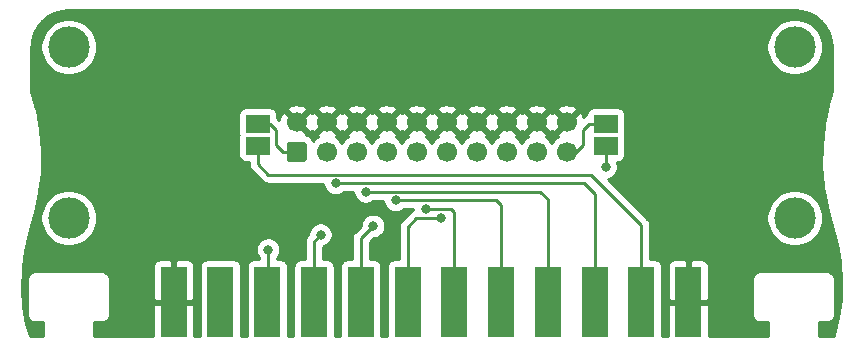
<source format=gbl>
%TF.GenerationSoftware,KiCad,Pcbnew,(5.1.8)-1*%
%TF.CreationDate,2021-04-08T16:26:30+02:00*%
%TF.ProjectId,C64 SpeedDOS Adapter,43363420-5370-4656-9564-444f53204164,rev?*%
%TF.SameCoordinates,Original*%
%TF.FileFunction,Copper,L2,Bot*%
%TF.FilePolarity,Positive*%
%FSLAX46Y46*%
G04 Gerber Fmt 4.6, Leading zero omitted, Abs format (unit mm)*
G04 Created by KiCad (PCBNEW (5.1.8)-1) date 2021-04-08 16:26:30*
%MOMM*%
%LPD*%
G01*
G04 APERTURE LIST*
%TA.AperFunction,SMDPad,CuDef*%
%ADD10R,2.200000X6.000000*%
%TD*%
%TA.AperFunction,ComponentPad*%
%ADD11C,1.700000*%
%TD*%
%TA.AperFunction,ComponentPad*%
%ADD12C,3.500000*%
%TD*%
%TA.AperFunction,SMDPad,CuDef*%
%ADD13R,2.000000X1.500000*%
%TD*%
%TA.AperFunction,ViaPad*%
%ADD14C,0.800000*%
%TD*%
%TA.AperFunction,Conductor*%
%ADD15C,0.250000*%
%TD*%
%TA.AperFunction,Conductor*%
%ADD16C,0.254000*%
%TD*%
%TA.AperFunction,Conductor*%
%ADD17C,0.100000*%
%TD*%
G04 APERTURE END LIST*
D10*
%TO.P,J1,N*%
%TO.N,GND*%
X129795000Y-105410000D03*
%TO.P,J1,M*%
%TO.N,N/C*%
X133755000Y-105410000D03*
%TO.P,J1,L*%
%TO.N,/VIA_PA7*%
X137715000Y-105410000D03*
%TO.P,J1,K*%
%TO.N,/VIA_PA6*%
X141675000Y-105410000D03*
%TO.P,J1,J*%
%TO.N,/VIA_PA5*%
X145635000Y-105410000D03*
%TO.P,J1,H*%
%TO.N,/VIA_PA4*%
X149595000Y-105410000D03*
%TO.P,J1,F*%
%TO.N,/VIA_PA3*%
X153555000Y-105410000D03*
%TO.P,J1,E*%
%TO.N,/VIA_PA2*%
X157515000Y-105410000D03*
%TO.P,J1,D*%
%TO.N,/VIA_PA1*%
X161475000Y-105410000D03*
%TO.P,J1,C*%
%TO.N,/VIA_PA0*%
X165435000Y-105410000D03*
%TO.P,J1,B*%
%TO.N,/VIA_CA2*%
X169395000Y-105410000D03*
%TO.P,J1,A*%
%TO.N,GND*%
X173355000Y-105410000D03*
%TD*%
D11*
%TO.P,J2,11*%
%TO.N,GND*%
X140208000Y-90170000D03*
X142748000Y-90170000D03*
X145288000Y-90170000D03*
X147828000Y-90170000D03*
X150368000Y-90170000D03*
X152908000Y-90170000D03*
X155448000Y-90170000D03*
X157988000Y-90170000D03*
X160528000Y-90170000D03*
%TO.P,J2,10*%
%TO.N,Net-(J2-Pad10)*%
X163068000Y-92710000D03*
%TO.P,J2,8*%
%TO.N,/VIA_PA6*%
X157988000Y-92710000D03*
%TO.P,J2,6*%
%TO.N,/VIA_PA4*%
X152908000Y-92710000D03*
%TO.P,J2,4*%
%TO.N,/VIA_PA2*%
X147828000Y-92710000D03*
%TO.P,J2,2*%
%TO.N,/VIA_PA0*%
X142748000Y-92710000D03*
%TO.P,J2,11*%
%TO.N,GND*%
X163068000Y-90170000D03*
%TO.P,J2,9*%
%TO.N,/VIA_PA7*%
X160528000Y-92710000D03*
%TO.P,J2,7*%
%TO.N,/VIA_PA5*%
X155448000Y-92710000D03*
%TO.P,J2,5*%
%TO.N,/VIA_PA3*%
X150368000Y-92710000D03*
%TO.P,J2,3*%
%TO.N,/VIA_PA1*%
X145288000Y-92710000D03*
%TO.P,J2,1*%
%TO.N,Net-(J2-Pad1)*%
%TA.AperFunction,ComponentPad*%
G36*
G01*
X140808000Y-93560000D02*
X139608000Y-93560000D01*
G75*
G02*
X139358000Y-93310000I0J250000D01*
G01*
X139358000Y-92110000D01*
G75*
G02*
X139608000Y-91860000I250000J0D01*
G01*
X140808000Y-91860000D01*
G75*
G02*
X141058000Y-92110000I0J-250000D01*
G01*
X141058000Y-93310000D01*
G75*
G02*
X140808000Y-93560000I-250000J0D01*
G01*
G37*
%TD.AperFunction*%
%TD*%
D12*
%TO.P,M1,1*%
%TO.N,N/C*%
X120904000Y-98298000D03*
%TD*%
%TO.P,M2,1*%
%TO.N,N/C*%
X182372000Y-98298000D03*
%TD*%
%TO.P,M3,1*%
%TO.N,N/C*%
X182372000Y-83820000D03*
%TD*%
%TO.P,M4,1*%
%TO.N,N/C*%
X120904000Y-83820000D03*
%TD*%
D13*
%TO.P,JP1,1*%
%TO.N,/VIA_CA2*%
X136906000Y-92202000D03*
%TO.P,JP1,2*%
%TO.N,Net-(J2-Pad1)*%
X136906000Y-90297000D03*
%TD*%
%TO.P,JP2,1*%
%TO.N,/VIA_CB1*%
X166370000Y-92202000D03*
%TO.P,JP2,2*%
%TO.N,Net-(J2-Pad10)*%
X166370000Y-90297000D03*
%TD*%
D14*
%TO.N,GND*%
X130556000Y-101092000D03*
X172466000Y-101092000D03*
%TO.N,/VIA_PA0*%
X143510000Y-95340000D03*
%TO.N,/VIA_PA1*%
X146050000Y-96065000D03*
%TO.N,/VIA_PA2*%
X148590000Y-96790000D03*
%TO.N,/VIA_PA3*%
X151130000Y-97515000D03*
%TO.N,/VIA_CB1*%
X166370000Y-93980000D03*
%TO.N,/VIA_PA4*%
X152400000Y-98334990D03*
%TO.N,/VIA_PA5*%
X146685004Y-98969990D03*
%TO.N,/VIA_PA6*%
X142240000Y-99695000D03*
%TO.N,/VIA_PA7*%
X137795000Y-100965000D03*
%TD*%
D15*
%TO.N,/VIA_CA2*%
X169395000Y-98910000D02*
X169395000Y-105410000D01*
X165100000Y-94615000D02*
X169395000Y-98910000D01*
X137795000Y-94615000D02*
X165100000Y-94615000D01*
X136906000Y-93726000D02*
X137795000Y-94615000D01*
X136906000Y-92202000D02*
X136906000Y-93726000D01*
%TO.N,/VIA_PA0*%
X164555000Y-95340000D02*
X143510000Y-95340000D01*
X165435000Y-96220000D02*
X164555000Y-95340000D01*
X165435000Y-105410000D02*
X165435000Y-96220000D01*
%TO.N,/VIA_PA1*%
X161475000Y-105410000D02*
X161475000Y-96705000D01*
X160835000Y-96065000D02*
X146050000Y-96065000D01*
X161475000Y-96705000D02*
X160835000Y-96065000D01*
%TO.N,/VIA_PA2*%
X157515000Y-105410000D02*
X157515000Y-97190000D01*
X157115000Y-96790000D02*
X148590000Y-96790000D01*
X157515000Y-97190000D02*
X157115000Y-96790000D01*
%TO.N,/VIA_PA3*%
X153555000Y-105410000D02*
X153555000Y-97760010D01*
X153309990Y-97515000D02*
X151130000Y-97515000D01*
X153555000Y-97760010D02*
X153309990Y-97515000D01*
%TO.N,/VIA_CB1*%
X166370000Y-93980000D02*
X166370000Y-92202000D01*
%TO.N,/VIA_PA4*%
X150331010Y-98334990D02*
X152400000Y-98334990D01*
X149595000Y-99071000D02*
X150331010Y-98334990D01*
X149595000Y-105410000D02*
X149595000Y-99071000D01*
%TO.N,/VIA_PA5*%
X145635000Y-105410000D02*
X145635000Y-100019994D01*
X145635000Y-100019994D02*
X146685004Y-98969990D01*
%TO.N,/VIA_PA6*%
X141675000Y-100260000D02*
X142240000Y-99695000D01*
X141675000Y-105410000D02*
X141675000Y-100260000D01*
%TO.N,/VIA_PA7*%
X137795000Y-105330000D02*
X137715000Y-105410000D01*
X137795000Y-100965000D02*
X137795000Y-105330000D01*
%TO.N,Net-(J2-Pad10)*%
X163830000Y-92710000D02*
X163068000Y-92710000D01*
X164465000Y-92075000D02*
X163830000Y-92710000D01*
X164465000Y-90805000D02*
X164465000Y-92075000D01*
X164973000Y-90297000D02*
X164465000Y-90805000D01*
X166370000Y-90297000D02*
X164973000Y-90297000D01*
%TO.N,Net-(J2-Pad1)*%
X140208000Y-92710000D02*
X139065000Y-92710000D01*
X139065000Y-92710000D02*
X138430000Y-92075000D01*
X138430000Y-92075000D02*
X138430000Y-90805000D01*
X137922000Y-90297000D02*
X136906000Y-90297000D01*
X138430000Y-90805000D02*
X137922000Y-90297000D01*
%TD*%
D16*
%TO.N,GND*%
X182983222Y-80733096D02*
X183571164Y-80910606D01*
X184113436Y-81198937D01*
X184589364Y-81587094D01*
X184980845Y-82060314D01*
X185272951Y-82600552D01*
X185454563Y-83187244D01*
X185522001Y-83828888D01*
X185522000Y-87536069D01*
X185203233Y-88633272D01*
X185199359Y-88649408D01*
X185194788Y-88665327D01*
X185190327Y-88685575D01*
X184853252Y-90339105D01*
X184850071Y-90359604D01*
X184846251Y-90379972D01*
X184843716Y-90400550D01*
X184663748Y-92078463D01*
X184662510Y-92099171D01*
X184660624Y-92119807D01*
X184660036Y-92140533D01*
X184638772Y-93827936D01*
X184639488Y-93848670D01*
X184639553Y-93869391D01*
X184640919Y-93890079D01*
X184778548Y-95571994D01*
X184781211Y-95592562D01*
X184783226Y-95613191D01*
X184786528Y-95633629D01*
X184786532Y-95633660D01*
X184786537Y-95633680D01*
X185081833Y-97295159D01*
X185086418Y-97315375D01*
X185090367Y-97335733D01*
X185095585Y-97355799D01*
X185545323Y-98979921D01*
X185956889Y-100507511D01*
X186212488Y-102038404D01*
X186317477Y-103586929D01*
X186270857Y-105138312D01*
X186073069Y-106677738D01*
X185723783Y-108200204D01*
X185691841Y-108306000D01*
X184429000Y-108306000D01*
X184429000Y-107121560D01*
X185082901Y-107121560D01*
X185115320Y-107124753D01*
X185147739Y-107121560D01*
X185244703Y-107112010D01*
X185369113Y-107074270D01*
X185483770Y-107012985D01*
X185584268Y-106930508D01*
X185666745Y-106830010D01*
X185728030Y-106715353D01*
X185765770Y-106590943D01*
X185778513Y-106461560D01*
X185775320Y-106429141D01*
X185775320Y-103493979D01*
X185778513Y-103461560D01*
X185765770Y-103332177D01*
X185728030Y-103207767D01*
X185666745Y-103093110D01*
X185584268Y-102992612D01*
X185483770Y-102910135D01*
X185369113Y-102848850D01*
X185244703Y-102811110D01*
X185147739Y-102801560D01*
X185115320Y-102798367D01*
X185082901Y-102801560D01*
X179447739Y-102801560D01*
X179415320Y-102798367D01*
X179382901Y-102801560D01*
X179285937Y-102811110D01*
X179161527Y-102848850D01*
X179046870Y-102910135D01*
X178946372Y-102992612D01*
X178863895Y-103093110D01*
X178802610Y-103207767D01*
X178764870Y-103332177D01*
X178752127Y-103461560D01*
X178755320Y-103493980D01*
X178755321Y-106429131D01*
X178752127Y-106461560D01*
X178764870Y-106590943D01*
X178802610Y-106715353D01*
X178863895Y-106830010D01*
X178946372Y-106930508D01*
X179046870Y-107012985D01*
X179161527Y-107074270D01*
X179285937Y-107112010D01*
X179382901Y-107121560D01*
X179415320Y-107124753D01*
X179447739Y-107121560D01*
X180101640Y-107121560D01*
X180101641Y-108306000D01*
X175092954Y-108306000D01*
X175090000Y-105695750D01*
X174931250Y-105537000D01*
X173482000Y-105537000D01*
X173482000Y-105557000D01*
X173228000Y-105557000D01*
X173228000Y-105537000D01*
X171778750Y-105537000D01*
X171620000Y-105695750D01*
X171617046Y-108306000D01*
X171133072Y-108306000D01*
X171133072Y-102410000D01*
X171616928Y-102410000D01*
X171620000Y-105124250D01*
X171778750Y-105283000D01*
X173228000Y-105283000D01*
X173228000Y-101933750D01*
X173482000Y-101933750D01*
X173482000Y-105283000D01*
X174931250Y-105283000D01*
X175090000Y-105124250D01*
X175093072Y-102410000D01*
X175080812Y-102285518D01*
X175044502Y-102165820D01*
X174985537Y-102055506D01*
X174906185Y-101958815D01*
X174809494Y-101879463D01*
X174699180Y-101820498D01*
X174579482Y-101784188D01*
X174455000Y-101771928D01*
X173640750Y-101775000D01*
X173482000Y-101933750D01*
X173228000Y-101933750D01*
X173069250Y-101775000D01*
X172255000Y-101771928D01*
X172130518Y-101784188D01*
X172010820Y-101820498D01*
X171900506Y-101879463D01*
X171803815Y-101958815D01*
X171724463Y-102055506D01*
X171665498Y-102165820D01*
X171629188Y-102285518D01*
X171616928Y-102410000D01*
X171133072Y-102410000D01*
X171120812Y-102285518D01*
X171084502Y-102165820D01*
X171025537Y-102055506D01*
X170946185Y-101958815D01*
X170849494Y-101879463D01*
X170739180Y-101820498D01*
X170619482Y-101784188D01*
X170495000Y-101771928D01*
X170155000Y-101771928D01*
X170155000Y-98947322D01*
X170158676Y-98909999D01*
X170155000Y-98872676D01*
X170155000Y-98872667D01*
X170144003Y-98761014D01*
X170100546Y-98617753D01*
X170029974Y-98485724D01*
X169935001Y-98369999D01*
X169906004Y-98346202D01*
X169622900Y-98063098D01*
X179987000Y-98063098D01*
X179987000Y-98532902D01*
X180078654Y-98993679D01*
X180258440Y-99427721D01*
X180519450Y-99818349D01*
X180851651Y-100150550D01*
X181242279Y-100411560D01*
X181676321Y-100591346D01*
X182137098Y-100683000D01*
X182606902Y-100683000D01*
X183067679Y-100591346D01*
X183501721Y-100411560D01*
X183892349Y-100150550D01*
X184224550Y-99818349D01*
X184485560Y-99427721D01*
X184665346Y-98993679D01*
X184757000Y-98532902D01*
X184757000Y-98063098D01*
X184665346Y-97602321D01*
X184485560Y-97168279D01*
X184224550Y-96777651D01*
X183892349Y-96445450D01*
X183501721Y-96184440D01*
X183067679Y-96004654D01*
X182606902Y-95913000D01*
X182137098Y-95913000D01*
X181676321Y-96004654D01*
X181242279Y-96184440D01*
X180851651Y-96445450D01*
X180519450Y-96777651D01*
X180258440Y-97168279D01*
X180078654Y-97602321D01*
X179987000Y-98063098D01*
X169622900Y-98063098D01*
X166557735Y-94997934D01*
X166671898Y-94975226D01*
X166860256Y-94897205D01*
X167029774Y-94783937D01*
X167173937Y-94639774D01*
X167287205Y-94470256D01*
X167365226Y-94281898D01*
X167405000Y-94081939D01*
X167405000Y-93878061D01*
X167365226Y-93678102D01*
X167328763Y-93590072D01*
X167370000Y-93590072D01*
X167494482Y-93577812D01*
X167614180Y-93541502D01*
X167724494Y-93482537D01*
X167821185Y-93403185D01*
X167900537Y-93306494D01*
X167959502Y-93196180D01*
X167995812Y-93076482D01*
X168008072Y-92952000D01*
X168008072Y-91452000D01*
X167995812Y-91327518D01*
X167972145Y-91249500D01*
X167995812Y-91171482D01*
X168008072Y-91047000D01*
X168008072Y-89547000D01*
X167995812Y-89422518D01*
X167959502Y-89302820D01*
X167900537Y-89192506D01*
X167821185Y-89095815D01*
X167724494Y-89016463D01*
X167614180Y-88957498D01*
X167494482Y-88921188D01*
X167370000Y-88908928D01*
X165370000Y-88908928D01*
X165245518Y-88921188D01*
X165125820Y-88957498D01*
X165015506Y-89016463D01*
X164918815Y-89095815D01*
X164839463Y-89192506D01*
X164780498Y-89302820D01*
X164744188Y-89422518D01*
X164731928Y-89547000D01*
X164731928Y-89575931D01*
X164680753Y-89591454D01*
X164548724Y-89662026D01*
X164482678Y-89716229D01*
X164418919Y-89536253D01*
X164345472Y-89398843D01*
X164096397Y-89321208D01*
X163247605Y-90170000D01*
X163261748Y-90184143D01*
X163082143Y-90363748D01*
X163068000Y-90349605D01*
X162219208Y-91198397D01*
X162294729Y-91440689D01*
X162121368Y-91556525D01*
X161914525Y-91763368D01*
X161798000Y-91937760D01*
X161681475Y-91763368D01*
X161474632Y-91556525D01*
X161301271Y-91440689D01*
X161376792Y-91198397D01*
X160528000Y-90349605D01*
X159679208Y-91198397D01*
X159754729Y-91440689D01*
X159581368Y-91556525D01*
X159374525Y-91763368D01*
X159258000Y-91937760D01*
X159141475Y-91763368D01*
X158934632Y-91556525D01*
X158761271Y-91440689D01*
X158836792Y-91198397D01*
X157988000Y-90349605D01*
X157139208Y-91198397D01*
X157214729Y-91440689D01*
X157041368Y-91556525D01*
X156834525Y-91763368D01*
X156718000Y-91937760D01*
X156601475Y-91763368D01*
X156394632Y-91556525D01*
X156221271Y-91440689D01*
X156296792Y-91198397D01*
X155448000Y-90349605D01*
X154599208Y-91198397D01*
X154674729Y-91440689D01*
X154501368Y-91556525D01*
X154294525Y-91763368D01*
X154178000Y-91937760D01*
X154061475Y-91763368D01*
X153854632Y-91556525D01*
X153681271Y-91440689D01*
X153756792Y-91198397D01*
X152908000Y-90349605D01*
X152059208Y-91198397D01*
X152134729Y-91440689D01*
X151961368Y-91556525D01*
X151754525Y-91763368D01*
X151638000Y-91937760D01*
X151521475Y-91763368D01*
X151314632Y-91556525D01*
X151141271Y-91440689D01*
X151216792Y-91198397D01*
X150368000Y-90349605D01*
X149519208Y-91198397D01*
X149594729Y-91440689D01*
X149421368Y-91556525D01*
X149214525Y-91763368D01*
X149098000Y-91937760D01*
X148981475Y-91763368D01*
X148774632Y-91556525D01*
X148601271Y-91440689D01*
X148676792Y-91198397D01*
X147828000Y-90349605D01*
X146979208Y-91198397D01*
X147054729Y-91440689D01*
X146881368Y-91556525D01*
X146674525Y-91763368D01*
X146558000Y-91937760D01*
X146441475Y-91763368D01*
X146234632Y-91556525D01*
X146061271Y-91440689D01*
X146136792Y-91198397D01*
X145288000Y-90349605D01*
X144439208Y-91198397D01*
X144514729Y-91440689D01*
X144341368Y-91556525D01*
X144134525Y-91763368D01*
X144018000Y-91937760D01*
X143901475Y-91763368D01*
X143694632Y-91556525D01*
X143521271Y-91440689D01*
X143596792Y-91198397D01*
X142748000Y-90349605D01*
X141899208Y-91198397D01*
X141974729Y-91440689D01*
X141801368Y-91556525D01*
X141614285Y-91743608D01*
X141546405Y-91616614D01*
X141435962Y-91482038D01*
X141301386Y-91371595D01*
X141147850Y-91289528D01*
X141038707Y-91256420D01*
X141056792Y-91198397D01*
X140208000Y-90349605D01*
X140193858Y-90363748D01*
X140014253Y-90184143D01*
X140028395Y-90170000D01*
X140387605Y-90170000D01*
X141236397Y-91018792D01*
X141478000Y-90943486D01*
X141719603Y-91018792D01*
X142568395Y-90170000D01*
X142927605Y-90170000D01*
X143776397Y-91018792D01*
X144018000Y-90943486D01*
X144259603Y-91018792D01*
X145108395Y-90170000D01*
X145467605Y-90170000D01*
X146316397Y-91018792D01*
X146558000Y-90943486D01*
X146799603Y-91018792D01*
X147648395Y-90170000D01*
X148007605Y-90170000D01*
X148856397Y-91018792D01*
X149098000Y-90943486D01*
X149339603Y-91018792D01*
X150188395Y-90170000D01*
X150547605Y-90170000D01*
X151396397Y-91018792D01*
X151638000Y-90943486D01*
X151879603Y-91018792D01*
X152728395Y-90170000D01*
X153087605Y-90170000D01*
X153936397Y-91018792D01*
X154178000Y-90943486D01*
X154419603Y-91018792D01*
X155268395Y-90170000D01*
X155627605Y-90170000D01*
X156476397Y-91018792D01*
X156718000Y-90943486D01*
X156959603Y-91018792D01*
X157808395Y-90170000D01*
X158167605Y-90170000D01*
X159016397Y-91018792D01*
X159258000Y-90943486D01*
X159499603Y-91018792D01*
X160348395Y-90170000D01*
X160707605Y-90170000D01*
X161556397Y-91018792D01*
X161798000Y-90943486D01*
X162039603Y-91018792D01*
X162888395Y-90170000D01*
X162039603Y-89321208D01*
X161798000Y-89396514D01*
X161556397Y-89321208D01*
X160707605Y-90170000D01*
X160348395Y-90170000D01*
X159499603Y-89321208D01*
X159258000Y-89396514D01*
X159016397Y-89321208D01*
X158167605Y-90170000D01*
X157808395Y-90170000D01*
X156959603Y-89321208D01*
X156718000Y-89396514D01*
X156476397Y-89321208D01*
X155627605Y-90170000D01*
X155268395Y-90170000D01*
X154419603Y-89321208D01*
X154178000Y-89396514D01*
X153936397Y-89321208D01*
X153087605Y-90170000D01*
X152728395Y-90170000D01*
X151879603Y-89321208D01*
X151638000Y-89396514D01*
X151396397Y-89321208D01*
X150547605Y-90170000D01*
X150188395Y-90170000D01*
X149339603Y-89321208D01*
X149098000Y-89396514D01*
X148856397Y-89321208D01*
X148007605Y-90170000D01*
X147648395Y-90170000D01*
X146799603Y-89321208D01*
X146558000Y-89396514D01*
X146316397Y-89321208D01*
X145467605Y-90170000D01*
X145108395Y-90170000D01*
X144259603Y-89321208D01*
X144018000Y-89396514D01*
X143776397Y-89321208D01*
X142927605Y-90170000D01*
X142568395Y-90170000D01*
X141719603Y-89321208D01*
X141478000Y-89396514D01*
X141236397Y-89321208D01*
X140387605Y-90170000D01*
X140028395Y-90170000D01*
X139179603Y-89321208D01*
X138930528Y-89398843D01*
X138804629Y-89662883D01*
X138732661Y-89946411D01*
X138728366Y-90028564D01*
X138544072Y-89844271D01*
X138544072Y-89547000D01*
X138531812Y-89422518D01*
X138495502Y-89302820D01*
X138436537Y-89192506D01*
X138394763Y-89141603D01*
X139359208Y-89141603D01*
X140208000Y-89990395D01*
X141056792Y-89141603D01*
X141899208Y-89141603D01*
X142748000Y-89990395D01*
X143596792Y-89141603D01*
X144439208Y-89141603D01*
X145288000Y-89990395D01*
X146136792Y-89141603D01*
X146979208Y-89141603D01*
X147828000Y-89990395D01*
X148676792Y-89141603D01*
X149519208Y-89141603D01*
X150368000Y-89990395D01*
X151216792Y-89141603D01*
X152059208Y-89141603D01*
X152908000Y-89990395D01*
X153756792Y-89141603D01*
X154599208Y-89141603D01*
X155448000Y-89990395D01*
X156296792Y-89141603D01*
X157139208Y-89141603D01*
X157988000Y-89990395D01*
X158836792Y-89141603D01*
X159679208Y-89141603D01*
X160528000Y-89990395D01*
X161376792Y-89141603D01*
X162219208Y-89141603D01*
X163068000Y-89990395D01*
X163916792Y-89141603D01*
X163839157Y-88892528D01*
X163575117Y-88766629D01*
X163291589Y-88694661D01*
X162999469Y-88679389D01*
X162709981Y-88721401D01*
X162434253Y-88819081D01*
X162296843Y-88892528D01*
X162219208Y-89141603D01*
X161376792Y-89141603D01*
X161299157Y-88892528D01*
X161035117Y-88766629D01*
X160751589Y-88694661D01*
X160459469Y-88679389D01*
X160169981Y-88721401D01*
X159894253Y-88819081D01*
X159756843Y-88892528D01*
X159679208Y-89141603D01*
X158836792Y-89141603D01*
X158759157Y-88892528D01*
X158495117Y-88766629D01*
X158211589Y-88694661D01*
X157919469Y-88679389D01*
X157629981Y-88721401D01*
X157354253Y-88819081D01*
X157216843Y-88892528D01*
X157139208Y-89141603D01*
X156296792Y-89141603D01*
X156219157Y-88892528D01*
X155955117Y-88766629D01*
X155671589Y-88694661D01*
X155379469Y-88679389D01*
X155089981Y-88721401D01*
X154814253Y-88819081D01*
X154676843Y-88892528D01*
X154599208Y-89141603D01*
X153756792Y-89141603D01*
X153679157Y-88892528D01*
X153415117Y-88766629D01*
X153131589Y-88694661D01*
X152839469Y-88679389D01*
X152549981Y-88721401D01*
X152274253Y-88819081D01*
X152136843Y-88892528D01*
X152059208Y-89141603D01*
X151216792Y-89141603D01*
X151139157Y-88892528D01*
X150875117Y-88766629D01*
X150591589Y-88694661D01*
X150299469Y-88679389D01*
X150009981Y-88721401D01*
X149734253Y-88819081D01*
X149596843Y-88892528D01*
X149519208Y-89141603D01*
X148676792Y-89141603D01*
X148599157Y-88892528D01*
X148335117Y-88766629D01*
X148051589Y-88694661D01*
X147759469Y-88679389D01*
X147469981Y-88721401D01*
X147194253Y-88819081D01*
X147056843Y-88892528D01*
X146979208Y-89141603D01*
X146136792Y-89141603D01*
X146059157Y-88892528D01*
X145795117Y-88766629D01*
X145511589Y-88694661D01*
X145219469Y-88679389D01*
X144929981Y-88721401D01*
X144654253Y-88819081D01*
X144516843Y-88892528D01*
X144439208Y-89141603D01*
X143596792Y-89141603D01*
X143519157Y-88892528D01*
X143255117Y-88766629D01*
X142971589Y-88694661D01*
X142679469Y-88679389D01*
X142389981Y-88721401D01*
X142114253Y-88819081D01*
X141976843Y-88892528D01*
X141899208Y-89141603D01*
X141056792Y-89141603D01*
X140979157Y-88892528D01*
X140715117Y-88766629D01*
X140431589Y-88694661D01*
X140139469Y-88679389D01*
X139849981Y-88721401D01*
X139574253Y-88819081D01*
X139436843Y-88892528D01*
X139359208Y-89141603D01*
X138394763Y-89141603D01*
X138357185Y-89095815D01*
X138260494Y-89016463D01*
X138150180Y-88957498D01*
X138030482Y-88921188D01*
X137906000Y-88908928D01*
X135906000Y-88908928D01*
X135781518Y-88921188D01*
X135661820Y-88957498D01*
X135551506Y-89016463D01*
X135454815Y-89095815D01*
X135375463Y-89192506D01*
X135316498Y-89302820D01*
X135280188Y-89422518D01*
X135267928Y-89547000D01*
X135267928Y-91047000D01*
X135280188Y-91171482D01*
X135303855Y-91249500D01*
X135280188Y-91327518D01*
X135267928Y-91452000D01*
X135267928Y-92952000D01*
X135280188Y-93076482D01*
X135316498Y-93196180D01*
X135375463Y-93306494D01*
X135454815Y-93403185D01*
X135551506Y-93482537D01*
X135661820Y-93541502D01*
X135781518Y-93577812D01*
X135906000Y-93590072D01*
X136146001Y-93590072D01*
X136146001Y-93688668D01*
X136142324Y-93726000D01*
X136146001Y-93763333D01*
X136156998Y-93874986D01*
X136167416Y-93909330D01*
X136200454Y-94018246D01*
X136271026Y-94150276D01*
X136339184Y-94233326D01*
X136366000Y-94266001D01*
X136394998Y-94289799D01*
X137231200Y-95126002D01*
X137254999Y-95155001D01*
X137370724Y-95249974D01*
X137502753Y-95320546D01*
X137646014Y-95364003D01*
X137757667Y-95375000D01*
X137757677Y-95375000D01*
X137795000Y-95378676D01*
X137832323Y-95375000D01*
X142475000Y-95375000D01*
X142475000Y-95441939D01*
X142514774Y-95641898D01*
X142592795Y-95830256D01*
X142706063Y-95999774D01*
X142850226Y-96143937D01*
X143019744Y-96257205D01*
X143208102Y-96335226D01*
X143408061Y-96375000D01*
X143611939Y-96375000D01*
X143811898Y-96335226D01*
X144000256Y-96257205D01*
X144169774Y-96143937D01*
X144213711Y-96100000D01*
X145015000Y-96100000D01*
X145015000Y-96166939D01*
X145054774Y-96366898D01*
X145132795Y-96555256D01*
X145246063Y-96724774D01*
X145390226Y-96868937D01*
X145559744Y-96982205D01*
X145748102Y-97060226D01*
X145948061Y-97100000D01*
X146151939Y-97100000D01*
X146351898Y-97060226D01*
X146540256Y-96982205D01*
X146709774Y-96868937D01*
X146753711Y-96825000D01*
X147555000Y-96825000D01*
X147555000Y-96891939D01*
X147594774Y-97091898D01*
X147672795Y-97280256D01*
X147786063Y-97449774D01*
X147930226Y-97593937D01*
X148099744Y-97707205D01*
X148288102Y-97785226D01*
X148488061Y-97825000D01*
X148691939Y-97825000D01*
X148891898Y-97785226D01*
X149080256Y-97707205D01*
X149249774Y-97593937D01*
X149293711Y-97550000D01*
X150095000Y-97550000D01*
X150095000Y-97612385D01*
X150038763Y-97629444D01*
X149906734Y-97700016D01*
X149791009Y-97794989D01*
X149767211Y-97823988D01*
X149083998Y-98507201D01*
X149055000Y-98530999D01*
X149031202Y-98559997D01*
X149031201Y-98559998D01*
X148960026Y-98646724D01*
X148889454Y-98778754D01*
X148870437Y-98841448D01*
X148853597Y-98896965D01*
X148845998Y-98922015D01*
X148831324Y-99071000D01*
X148835001Y-99108332D01*
X148835001Y-101771928D01*
X148495000Y-101771928D01*
X148370518Y-101784188D01*
X148250820Y-101820498D01*
X148140506Y-101879463D01*
X148043815Y-101958815D01*
X147964463Y-102055506D01*
X147905498Y-102165820D01*
X147869188Y-102285518D01*
X147856928Y-102410000D01*
X147856928Y-108306000D01*
X147373072Y-108306000D01*
X147373072Y-102410000D01*
X147360812Y-102285518D01*
X147324502Y-102165820D01*
X147265537Y-102055506D01*
X147186185Y-101958815D01*
X147089494Y-101879463D01*
X146979180Y-101820498D01*
X146859482Y-101784188D01*
X146735000Y-101771928D01*
X146395000Y-101771928D01*
X146395000Y-100334795D01*
X146724806Y-100004990D01*
X146786943Y-100004990D01*
X146986902Y-99965216D01*
X147175260Y-99887195D01*
X147344778Y-99773927D01*
X147488941Y-99629764D01*
X147602209Y-99460246D01*
X147680230Y-99271888D01*
X147720004Y-99071929D01*
X147720004Y-98868051D01*
X147680230Y-98668092D01*
X147602209Y-98479734D01*
X147488941Y-98310216D01*
X147344778Y-98166053D01*
X147175260Y-98052785D01*
X146986902Y-97974764D01*
X146786943Y-97934990D01*
X146583065Y-97934990D01*
X146383106Y-97974764D01*
X146194748Y-98052785D01*
X146025230Y-98166053D01*
X145881067Y-98310216D01*
X145767799Y-98479734D01*
X145689778Y-98668092D01*
X145650004Y-98868051D01*
X145650004Y-98930188D01*
X145123998Y-99456195D01*
X145095000Y-99479993D01*
X145071202Y-99508991D01*
X145071201Y-99508992D01*
X145000026Y-99595718D01*
X144929454Y-99727748D01*
X144901972Y-99818349D01*
X144885998Y-99871008D01*
X144876719Y-99965216D01*
X144871324Y-100019994D01*
X144875001Y-100057326D01*
X144875001Y-101771928D01*
X144535000Y-101771928D01*
X144410518Y-101784188D01*
X144290820Y-101820498D01*
X144180506Y-101879463D01*
X144083815Y-101958815D01*
X144004463Y-102055506D01*
X143945498Y-102165820D01*
X143909188Y-102285518D01*
X143896928Y-102410000D01*
X143896928Y-108306000D01*
X143413072Y-108306000D01*
X143413072Y-102410000D01*
X143400812Y-102285518D01*
X143364502Y-102165820D01*
X143305537Y-102055506D01*
X143226185Y-101958815D01*
X143129494Y-101879463D01*
X143019180Y-101820498D01*
X142899482Y-101784188D01*
X142775000Y-101771928D01*
X142435000Y-101771928D01*
X142435000Y-100711489D01*
X142541898Y-100690226D01*
X142730256Y-100612205D01*
X142899774Y-100498937D01*
X143043937Y-100354774D01*
X143157205Y-100185256D01*
X143235226Y-99996898D01*
X143275000Y-99796939D01*
X143275000Y-99593061D01*
X143235226Y-99393102D01*
X143157205Y-99204744D01*
X143043937Y-99035226D01*
X142899774Y-98891063D01*
X142730256Y-98777795D01*
X142541898Y-98699774D01*
X142341939Y-98660000D01*
X142138061Y-98660000D01*
X141938102Y-98699774D01*
X141749744Y-98777795D01*
X141580226Y-98891063D01*
X141436063Y-99035226D01*
X141322795Y-99204744D01*
X141244774Y-99393102D01*
X141205000Y-99593061D01*
X141205000Y-99655199D01*
X141163998Y-99696201D01*
X141135000Y-99719999D01*
X141111202Y-99748997D01*
X141111201Y-99748998D01*
X141040026Y-99835724D01*
X140969454Y-99967754D01*
X140925998Y-100111015D01*
X140911324Y-100260000D01*
X140915001Y-100297332D01*
X140915001Y-101771928D01*
X140575000Y-101771928D01*
X140450518Y-101784188D01*
X140330820Y-101820498D01*
X140220506Y-101879463D01*
X140123815Y-101958815D01*
X140044463Y-102055506D01*
X139985498Y-102165820D01*
X139949188Y-102285518D01*
X139936928Y-102410000D01*
X139936928Y-108306000D01*
X139453072Y-108306000D01*
X139453072Y-102410000D01*
X139440812Y-102285518D01*
X139404502Y-102165820D01*
X139345537Y-102055506D01*
X139266185Y-101958815D01*
X139169494Y-101879463D01*
X139059180Y-101820498D01*
X138939482Y-101784188D01*
X138815000Y-101771928D01*
X138555000Y-101771928D01*
X138555000Y-101668711D01*
X138598937Y-101624774D01*
X138712205Y-101455256D01*
X138790226Y-101266898D01*
X138830000Y-101066939D01*
X138830000Y-100863061D01*
X138790226Y-100663102D01*
X138712205Y-100474744D01*
X138598937Y-100305226D01*
X138454774Y-100161063D01*
X138285256Y-100047795D01*
X138096898Y-99969774D01*
X137896939Y-99930000D01*
X137693061Y-99930000D01*
X137493102Y-99969774D01*
X137304744Y-100047795D01*
X137135226Y-100161063D01*
X136991063Y-100305226D01*
X136877795Y-100474744D01*
X136799774Y-100663102D01*
X136760000Y-100863061D01*
X136760000Y-101066939D01*
X136799774Y-101266898D01*
X136877795Y-101455256D01*
X136991063Y-101624774D01*
X137035000Y-101668711D01*
X137035000Y-101771928D01*
X136615000Y-101771928D01*
X136490518Y-101784188D01*
X136370820Y-101820498D01*
X136260506Y-101879463D01*
X136163815Y-101958815D01*
X136084463Y-102055506D01*
X136025498Y-102165820D01*
X135989188Y-102285518D01*
X135976928Y-102410000D01*
X135976928Y-108306000D01*
X135493072Y-108306000D01*
X135493072Y-102410000D01*
X135480812Y-102285518D01*
X135444502Y-102165820D01*
X135385537Y-102055506D01*
X135306185Y-101958815D01*
X135209494Y-101879463D01*
X135099180Y-101820498D01*
X134979482Y-101784188D01*
X134855000Y-101771928D01*
X132655000Y-101771928D01*
X132530518Y-101784188D01*
X132410820Y-101820498D01*
X132300506Y-101879463D01*
X132203815Y-101958815D01*
X132124463Y-102055506D01*
X132065498Y-102165820D01*
X132029188Y-102285518D01*
X132016928Y-102410000D01*
X132016928Y-108306000D01*
X131532954Y-108306000D01*
X131530000Y-105695750D01*
X131371250Y-105537000D01*
X129922000Y-105537000D01*
X129922000Y-105557000D01*
X129668000Y-105557000D01*
X129668000Y-105537000D01*
X128218750Y-105537000D01*
X128060000Y-105695750D01*
X128057046Y-108306000D01*
X123047360Y-108306000D01*
X123047360Y-107121560D01*
X123701261Y-107121560D01*
X123733680Y-107124753D01*
X123766099Y-107121560D01*
X123863063Y-107112010D01*
X123987473Y-107074270D01*
X124102130Y-107012985D01*
X124202628Y-106930508D01*
X124285105Y-106830010D01*
X124346390Y-106715353D01*
X124384130Y-106590943D01*
X124396873Y-106461560D01*
X124393680Y-106429141D01*
X124393680Y-103493979D01*
X124396873Y-103461560D01*
X124384130Y-103332177D01*
X124346390Y-103207767D01*
X124285105Y-103093110D01*
X124202628Y-102992612D01*
X124102130Y-102910135D01*
X123987473Y-102848850D01*
X123863063Y-102811110D01*
X123766099Y-102801560D01*
X123733680Y-102798367D01*
X123701261Y-102801560D01*
X118066099Y-102801560D01*
X118033680Y-102798367D01*
X118001261Y-102801560D01*
X117904297Y-102811110D01*
X117779887Y-102848850D01*
X117665230Y-102910135D01*
X117564732Y-102992612D01*
X117482255Y-103093110D01*
X117420970Y-103207767D01*
X117383230Y-103332177D01*
X117370487Y-103461560D01*
X117373680Y-103493980D01*
X117373681Y-106429131D01*
X117370487Y-106461560D01*
X117383230Y-106590943D01*
X117420970Y-106715353D01*
X117482255Y-106830010D01*
X117564732Y-106930508D01*
X117665230Y-107012985D01*
X117779887Y-107074270D01*
X117904297Y-107112010D01*
X118001261Y-107121560D01*
X118033680Y-107124753D01*
X118066099Y-107121560D01*
X118720000Y-107121560D01*
X118720001Y-108306000D01*
X117599716Y-108306000D01*
X117319111Y-107264492D01*
X117063512Y-105733596D01*
X116958523Y-104185072D01*
X117005143Y-102633689D01*
X117033882Y-102410000D01*
X128056928Y-102410000D01*
X128060000Y-105124250D01*
X128218750Y-105283000D01*
X129668000Y-105283000D01*
X129668000Y-101933750D01*
X129922000Y-101933750D01*
X129922000Y-105283000D01*
X131371250Y-105283000D01*
X131530000Y-105124250D01*
X131533072Y-102410000D01*
X131520812Y-102285518D01*
X131484502Y-102165820D01*
X131425537Y-102055506D01*
X131346185Y-101958815D01*
X131249494Y-101879463D01*
X131139180Y-101820498D01*
X131019482Y-101784188D01*
X130895000Y-101771928D01*
X130080750Y-101775000D01*
X129922000Y-101933750D01*
X129668000Y-101933750D01*
X129509250Y-101775000D01*
X128695000Y-101771928D01*
X128570518Y-101784188D01*
X128450820Y-101820498D01*
X128340506Y-101879463D01*
X128243815Y-101958815D01*
X128164463Y-102055506D01*
X128105498Y-102165820D01*
X128069188Y-102285518D01*
X128056928Y-102410000D01*
X117033882Y-102410000D01*
X117202931Y-101094262D01*
X117552218Y-99571793D01*
X117725831Y-98996762D01*
X117726155Y-98995461D01*
X117727794Y-98990135D01*
X117997123Y-98063098D01*
X118519000Y-98063098D01*
X118519000Y-98532902D01*
X118610654Y-98993679D01*
X118790440Y-99427721D01*
X119051450Y-99818349D01*
X119383651Y-100150550D01*
X119774279Y-100411560D01*
X120208321Y-100591346D01*
X120669098Y-100683000D01*
X121138902Y-100683000D01*
X121599679Y-100591346D01*
X122033721Y-100411560D01*
X122424349Y-100150550D01*
X122756550Y-99818349D01*
X123017560Y-99427721D01*
X123197346Y-98993679D01*
X123289000Y-98532902D01*
X123289000Y-98063098D01*
X123197346Y-97602321D01*
X123017560Y-97168279D01*
X122756550Y-96777651D01*
X122424349Y-96445450D01*
X122033721Y-96184440D01*
X121599679Y-96004654D01*
X121138902Y-95913000D01*
X120669098Y-95913000D01*
X120208321Y-96004654D01*
X119774279Y-96184440D01*
X119383651Y-96445450D01*
X119051450Y-96777651D01*
X118790440Y-97168279D01*
X118610654Y-97602321D01*
X118519000Y-98063098D01*
X117997123Y-98063098D01*
X118072767Y-97802731D01*
X118076641Y-97786595D01*
X118081212Y-97770676D01*
X118085673Y-97750428D01*
X118422748Y-96096898D01*
X118425929Y-96076399D01*
X118429749Y-96056031D01*
X118432284Y-96035453D01*
X118612252Y-94357540D01*
X118613490Y-94336832D01*
X118615376Y-94316196D01*
X118615964Y-94295470D01*
X118637228Y-92608067D01*
X118636512Y-92587333D01*
X118636447Y-92566613D01*
X118635081Y-92545924D01*
X118497452Y-90864009D01*
X118494789Y-90843443D01*
X118492774Y-90822812D01*
X118489471Y-90802370D01*
X118489468Y-90802344D01*
X118489464Y-90802327D01*
X118194167Y-89140844D01*
X118189582Y-89120628D01*
X118185633Y-89100270D01*
X118180415Y-89080203D01*
X117754000Y-87540308D01*
X117754000Y-83852279D01*
X117780197Y-83585098D01*
X118519000Y-83585098D01*
X118519000Y-84054902D01*
X118610654Y-84515679D01*
X118790440Y-84949721D01*
X119051450Y-85340349D01*
X119383651Y-85672550D01*
X119774279Y-85933560D01*
X120208321Y-86113346D01*
X120669098Y-86205000D01*
X121138902Y-86205000D01*
X121599679Y-86113346D01*
X122033721Y-85933560D01*
X122424349Y-85672550D01*
X122756550Y-85340349D01*
X123017560Y-84949721D01*
X123197346Y-84515679D01*
X123289000Y-84054902D01*
X123289000Y-83585098D01*
X179987000Y-83585098D01*
X179987000Y-84054902D01*
X180078654Y-84515679D01*
X180258440Y-84949721D01*
X180519450Y-85340349D01*
X180851651Y-85672550D01*
X181242279Y-85933560D01*
X181676321Y-86113346D01*
X182137098Y-86205000D01*
X182606902Y-86205000D01*
X183067679Y-86113346D01*
X183501721Y-85933560D01*
X183892349Y-85672550D01*
X184224550Y-85340349D01*
X184485560Y-84949721D01*
X184665346Y-84515679D01*
X184757000Y-84054902D01*
X184757000Y-83585098D01*
X184665346Y-83124321D01*
X184485560Y-82690279D01*
X184224550Y-82299651D01*
X183892349Y-81967450D01*
X183501721Y-81706440D01*
X183067679Y-81526654D01*
X182606902Y-81435000D01*
X182137098Y-81435000D01*
X181676321Y-81526654D01*
X181242279Y-81706440D01*
X180851651Y-81967450D01*
X180519450Y-82299651D01*
X180258440Y-82690279D01*
X180078654Y-83124321D01*
X179987000Y-83585098D01*
X123289000Y-83585098D01*
X123197346Y-83124321D01*
X123017560Y-82690279D01*
X122756550Y-82299651D01*
X122424349Y-81967450D01*
X122033721Y-81706440D01*
X121599679Y-81526654D01*
X121138902Y-81435000D01*
X120669098Y-81435000D01*
X120208321Y-81526654D01*
X119774279Y-81706440D01*
X119383651Y-81967450D01*
X119051450Y-82299651D01*
X118790440Y-82690279D01*
X118610654Y-83124321D01*
X118519000Y-83585098D01*
X117780197Y-83585098D01*
X117817096Y-83208778D01*
X117994606Y-82620836D01*
X118282937Y-82078564D01*
X118671094Y-81602636D01*
X119144314Y-81211155D01*
X119684552Y-80919049D01*
X120271244Y-80737437D01*
X120912879Y-80670000D01*
X182339721Y-80670000D01*
X182983222Y-80733096D01*
%TA.AperFunction,Conductor*%
D17*
G36*
X182983222Y-80733096D02*
G01*
X183571164Y-80910606D01*
X184113436Y-81198937D01*
X184589364Y-81587094D01*
X184980845Y-82060314D01*
X185272951Y-82600552D01*
X185454563Y-83187244D01*
X185522001Y-83828888D01*
X185522000Y-87536069D01*
X185203233Y-88633272D01*
X185199359Y-88649408D01*
X185194788Y-88665327D01*
X185190327Y-88685575D01*
X184853252Y-90339105D01*
X184850071Y-90359604D01*
X184846251Y-90379972D01*
X184843716Y-90400550D01*
X184663748Y-92078463D01*
X184662510Y-92099171D01*
X184660624Y-92119807D01*
X184660036Y-92140533D01*
X184638772Y-93827936D01*
X184639488Y-93848670D01*
X184639553Y-93869391D01*
X184640919Y-93890079D01*
X184778548Y-95571994D01*
X184781211Y-95592562D01*
X184783226Y-95613191D01*
X184786528Y-95633629D01*
X184786532Y-95633660D01*
X184786537Y-95633680D01*
X185081833Y-97295159D01*
X185086418Y-97315375D01*
X185090367Y-97335733D01*
X185095585Y-97355799D01*
X185545323Y-98979921D01*
X185956889Y-100507511D01*
X186212488Y-102038404D01*
X186317477Y-103586929D01*
X186270857Y-105138312D01*
X186073069Y-106677738D01*
X185723783Y-108200204D01*
X185691841Y-108306000D01*
X184429000Y-108306000D01*
X184429000Y-107121560D01*
X185082901Y-107121560D01*
X185115320Y-107124753D01*
X185147739Y-107121560D01*
X185244703Y-107112010D01*
X185369113Y-107074270D01*
X185483770Y-107012985D01*
X185584268Y-106930508D01*
X185666745Y-106830010D01*
X185728030Y-106715353D01*
X185765770Y-106590943D01*
X185778513Y-106461560D01*
X185775320Y-106429141D01*
X185775320Y-103493979D01*
X185778513Y-103461560D01*
X185765770Y-103332177D01*
X185728030Y-103207767D01*
X185666745Y-103093110D01*
X185584268Y-102992612D01*
X185483770Y-102910135D01*
X185369113Y-102848850D01*
X185244703Y-102811110D01*
X185147739Y-102801560D01*
X185115320Y-102798367D01*
X185082901Y-102801560D01*
X179447739Y-102801560D01*
X179415320Y-102798367D01*
X179382901Y-102801560D01*
X179285937Y-102811110D01*
X179161527Y-102848850D01*
X179046870Y-102910135D01*
X178946372Y-102992612D01*
X178863895Y-103093110D01*
X178802610Y-103207767D01*
X178764870Y-103332177D01*
X178752127Y-103461560D01*
X178755320Y-103493980D01*
X178755321Y-106429131D01*
X178752127Y-106461560D01*
X178764870Y-106590943D01*
X178802610Y-106715353D01*
X178863895Y-106830010D01*
X178946372Y-106930508D01*
X179046870Y-107012985D01*
X179161527Y-107074270D01*
X179285937Y-107112010D01*
X179382901Y-107121560D01*
X179415320Y-107124753D01*
X179447739Y-107121560D01*
X180101640Y-107121560D01*
X180101641Y-108306000D01*
X175092954Y-108306000D01*
X175090000Y-105695750D01*
X174931250Y-105537000D01*
X173482000Y-105537000D01*
X173482000Y-105557000D01*
X173228000Y-105557000D01*
X173228000Y-105537000D01*
X171778750Y-105537000D01*
X171620000Y-105695750D01*
X171617046Y-108306000D01*
X171133072Y-108306000D01*
X171133072Y-102410000D01*
X171616928Y-102410000D01*
X171620000Y-105124250D01*
X171778750Y-105283000D01*
X173228000Y-105283000D01*
X173228000Y-101933750D01*
X173482000Y-101933750D01*
X173482000Y-105283000D01*
X174931250Y-105283000D01*
X175090000Y-105124250D01*
X175093072Y-102410000D01*
X175080812Y-102285518D01*
X175044502Y-102165820D01*
X174985537Y-102055506D01*
X174906185Y-101958815D01*
X174809494Y-101879463D01*
X174699180Y-101820498D01*
X174579482Y-101784188D01*
X174455000Y-101771928D01*
X173640750Y-101775000D01*
X173482000Y-101933750D01*
X173228000Y-101933750D01*
X173069250Y-101775000D01*
X172255000Y-101771928D01*
X172130518Y-101784188D01*
X172010820Y-101820498D01*
X171900506Y-101879463D01*
X171803815Y-101958815D01*
X171724463Y-102055506D01*
X171665498Y-102165820D01*
X171629188Y-102285518D01*
X171616928Y-102410000D01*
X171133072Y-102410000D01*
X171120812Y-102285518D01*
X171084502Y-102165820D01*
X171025537Y-102055506D01*
X170946185Y-101958815D01*
X170849494Y-101879463D01*
X170739180Y-101820498D01*
X170619482Y-101784188D01*
X170495000Y-101771928D01*
X170155000Y-101771928D01*
X170155000Y-98947322D01*
X170158676Y-98909999D01*
X170155000Y-98872676D01*
X170155000Y-98872667D01*
X170144003Y-98761014D01*
X170100546Y-98617753D01*
X170029974Y-98485724D01*
X169935001Y-98369999D01*
X169906004Y-98346202D01*
X169622900Y-98063098D01*
X179987000Y-98063098D01*
X179987000Y-98532902D01*
X180078654Y-98993679D01*
X180258440Y-99427721D01*
X180519450Y-99818349D01*
X180851651Y-100150550D01*
X181242279Y-100411560D01*
X181676321Y-100591346D01*
X182137098Y-100683000D01*
X182606902Y-100683000D01*
X183067679Y-100591346D01*
X183501721Y-100411560D01*
X183892349Y-100150550D01*
X184224550Y-99818349D01*
X184485560Y-99427721D01*
X184665346Y-98993679D01*
X184757000Y-98532902D01*
X184757000Y-98063098D01*
X184665346Y-97602321D01*
X184485560Y-97168279D01*
X184224550Y-96777651D01*
X183892349Y-96445450D01*
X183501721Y-96184440D01*
X183067679Y-96004654D01*
X182606902Y-95913000D01*
X182137098Y-95913000D01*
X181676321Y-96004654D01*
X181242279Y-96184440D01*
X180851651Y-96445450D01*
X180519450Y-96777651D01*
X180258440Y-97168279D01*
X180078654Y-97602321D01*
X179987000Y-98063098D01*
X169622900Y-98063098D01*
X166557735Y-94997934D01*
X166671898Y-94975226D01*
X166860256Y-94897205D01*
X167029774Y-94783937D01*
X167173937Y-94639774D01*
X167287205Y-94470256D01*
X167365226Y-94281898D01*
X167405000Y-94081939D01*
X167405000Y-93878061D01*
X167365226Y-93678102D01*
X167328763Y-93590072D01*
X167370000Y-93590072D01*
X167494482Y-93577812D01*
X167614180Y-93541502D01*
X167724494Y-93482537D01*
X167821185Y-93403185D01*
X167900537Y-93306494D01*
X167959502Y-93196180D01*
X167995812Y-93076482D01*
X168008072Y-92952000D01*
X168008072Y-91452000D01*
X167995812Y-91327518D01*
X167972145Y-91249500D01*
X167995812Y-91171482D01*
X168008072Y-91047000D01*
X168008072Y-89547000D01*
X167995812Y-89422518D01*
X167959502Y-89302820D01*
X167900537Y-89192506D01*
X167821185Y-89095815D01*
X167724494Y-89016463D01*
X167614180Y-88957498D01*
X167494482Y-88921188D01*
X167370000Y-88908928D01*
X165370000Y-88908928D01*
X165245518Y-88921188D01*
X165125820Y-88957498D01*
X165015506Y-89016463D01*
X164918815Y-89095815D01*
X164839463Y-89192506D01*
X164780498Y-89302820D01*
X164744188Y-89422518D01*
X164731928Y-89547000D01*
X164731928Y-89575931D01*
X164680753Y-89591454D01*
X164548724Y-89662026D01*
X164482678Y-89716229D01*
X164418919Y-89536253D01*
X164345472Y-89398843D01*
X164096397Y-89321208D01*
X163247605Y-90170000D01*
X163261748Y-90184143D01*
X163082143Y-90363748D01*
X163068000Y-90349605D01*
X162219208Y-91198397D01*
X162294729Y-91440689D01*
X162121368Y-91556525D01*
X161914525Y-91763368D01*
X161798000Y-91937760D01*
X161681475Y-91763368D01*
X161474632Y-91556525D01*
X161301271Y-91440689D01*
X161376792Y-91198397D01*
X160528000Y-90349605D01*
X159679208Y-91198397D01*
X159754729Y-91440689D01*
X159581368Y-91556525D01*
X159374525Y-91763368D01*
X159258000Y-91937760D01*
X159141475Y-91763368D01*
X158934632Y-91556525D01*
X158761271Y-91440689D01*
X158836792Y-91198397D01*
X157988000Y-90349605D01*
X157139208Y-91198397D01*
X157214729Y-91440689D01*
X157041368Y-91556525D01*
X156834525Y-91763368D01*
X156718000Y-91937760D01*
X156601475Y-91763368D01*
X156394632Y-91556525D01*
X156221271Y-91440689D01*
X156296792Y-91198397D01*
X155448000Y-90349605D01*
X154599208Y-91198397D01*
X154674729Y-91440689D01*
X154501368Y-91556525D01*
X154294525Y-91763368D01*
X154178000Y-91937760D01*
X154061475Y-91763368D01*
X153854632Y-91556525D01*
X153681271Y-91440689D01*
X153756792Y-91198397D01*
X152908000Y-90349605D01*
X152059208Y-91198397D01*
X152134729Y-91440689D01*
X151961368Y-91556525D01*
X151754525Y-91763368D01*
X151638000Y-91937760D01*
X151521475Y-91763368D01*
X151314632Y-91556525D01*
X151141271Y-91440689D01*
X151216792Y-91198397D01*
X150368000Y-90349605D01*
X149519208Y-91198397D01*
X149594729Y-91440689D01*
X149421368Y-91556525D01*
X149214525Y-91763368D01*
X149098000Y-91937760D01*
X148981475Y-91763368D01*
X148774632Y-91556525D01*
X148601271Y-91440689D01*
X148676792Y-91198397D01*
X147828000Y-90349605D01*
X146979208Y-91198397D01*
X147054729Y-91440689D01*
X146881368Y-91556525D01*
X146674525Y-91763368D01*
X146558000Y-91937760D01*
X146441475Y-91763368D01*
X146234632Y-91556525D01*
X146061271Y-91440689D01*
X146136792Y-91198397D01*
X145288000Y-90349605D01*
X144439208Y-91198397D01*
X144514729Y-91440689D01*
X144341368Y-91556525D01*
X144134525Y-91763368D01*
X144018000Y-91937760D01*
X143901475Y-91763368D01*
X143694632Y-91556525D01*
X143521271Y-91440689D01*
X143596792Y-91198397D01*
X142748000Y-90349605D01*
X141899208Y-91198397D01*
X141974729Y-91440689D01*
X141801368Y-91556525D01*
X141614285Y-91743608D01*
X141546405Y-91616614D01*
X141435962Y-91482038D01*
X141301386Y-91371595D01*
X141147850Y-91289528D01*
X141038707Y-91256420D01*
X141056792Y-91198397D01*
X140208000Y-90349605D01*
X140193858Y-90363748D01*
X140014253Y-90184143D01*
X140028395Y-90170000D01*
X140387605Y-90170000D01*
X141236397Y-91018792D01*
X141478000Y-90943486D01*
X141719603Y-91018792D01*
X142568395Y-90170000D01*
X142927605Y-90170000D01*
X143776397Y-91018792D01*
X144018000Y-90943486D01*
X144259603Y-91018792D01*
X145108395Y-90170000D01*
X145467605Y-90170000D01*
X146316397Y-91018792D01*
X146558000Y-90943486D01*
X146799603Y-91018792D01*
X147648395Y-90170000D01*
X148007605Y-90170000D01*
X148856397Y-91018792D01*
X149098000Y-90943486D01*
X149339603Y-91018792D01*
X150188395Y-90170000D01*
X150547605Y-90170000D01*
X151396397Y-91018792D01*
X151638000Y-90943486D01*
X151879603Y-91018792D01*
X152728395Y-90170000D01*
X153087605Y-90170000D01*
X153936397Y-91018792D01*
X154178000Y-90943486D01*
X154419603Y-91018792D01*
X155268395Y-90170000D01*
X155627605Y-90170000D01*
X156476397Y-91018792D01*
X156718000Y-90943486D01*
X156959603Y-91018792D01*
X157808395Y-90170000D01*
X158167605Y-90170000D01*
X159016397Y-91018792D01*
X159258000Y-90943486D01*
X159499603Y-91018792D01*
X160348395Y-90170000D01*
X160707605Y-90170000D01*
X161556397Y-91018792D01*
X161798000Y-90943486D01*
X162039603Y-91018792D01*
X162888395Y-90170000D01*
X162039603Y-89321208D01*
X161798000Y-89396514D01*
X161556397Y-89321208D01*
X160707605Y-90170000D01*
X160348395Y-90170000D01*
X159499603Y-89321208D01*
X159258000Y-89396514D01*
X159016397Y-89321208D01*
X158167605Y-90170000D01*
X157808395Y-90170000D01*
X156959603Y-89321208D01*
X156718000Y-89396514D01*
X156476397Y-89321208D01*
X155627605Y-90170000D01*
X155268395Y-90170000D01*
X154419603Y-89321208D01*
X154178000Y-89396514D01*
X153936397Y-89321208D01*
X153087605Y-90170000D01*
X152728395Y-90170000D01*
X151879603Y-89321208D01*
X151638000Y-89396514D01*
X151396397Y-89321208D01*
X150547605Y-90170000D01*
X150188395Y-90170000D01*
X149339603Y-89321208D01*
X149098000Y-89396514D01*
X148856397Y-89321208D01*
X148007605Y-90170000D01*
X147648395Y-90170000D01*
X146799603Y-89321208D01*
X146558000Y-89396514D01*
X146316397Y-89321208D01*
X145467605Y-90170000D01*
X145108395Y-90170000D01*
X144259603Y-89321208D01*
X144018000Y-89396514D01*
X143776397Y-89321208D01*
X142927605Y-90170000D01*
X142568395Y-90170000D01*
X141719603Y-89321208D01*
X141478000Y-89396514D01*
X141236397Y-89321208D01*
X140387605Y-90170000D01*
X140028395Y-90170000D01*
X139179603Y-89321208D01*
X138930528Y-89398843D01*
X138804629Y-89662883D01*
X138732661Y-89946411D01*
X138728366Y-90028564D01*
X138544072Y-89844271D01*
X138544072Y-89547000D01*
X138531812Y-89422518D01*
X138495502Y-89302820D01*
X138436537Y-89192506D01*
X138394763Y-89141603D01*
X139359208Y-89141603D01*
X140208000Y-89990395D01*
X141056792Y-89141603D01*
X141899208Y-89141603D01*
X142748000Y-89990395D01*
X143596792Y-89141603D01*
X144439208Y-89141603D01*
X145288000Y-89990395D01*
X146136792Y-89141603D01*
X146979208Y-89141603D01*
X147828000Y-89990395D01*
X148676792Y-89141603D01*
X149519208Y-89141603D01*
X150368000Y-89990395D01*
X151216792Y-89141603D01*
X152059208Y-89141603D01*
X152908000Y-89990395D01*
X153756792Y-89141603D01*
X154599208Y-89141603D01*
X155448000Y-89990395D01*
X156296792Y-89141603D01*
X157139208Y-89141603D01*
X157988000Y-89990395D01*
X158836792Y-89141603D01*
X159679208Y-89141603D01*
X160528000Y-89990395D01*
X161376792Y-89141603D01*
X162219208Y-89141603D01*
X163068000Y-89990395D01*
X163916792Y-89141603D01*
X163839157Y-88892528D01*
X163575117Y-88766629D01*
X163291589Y-88694661D01*
X162999469Y-88679389D01*
X162709981Y-88721401D01*
X162434253Y-88819081D01*
X162296843Y-88892528D01*
X162219208Y-89141603D01*
X161376792Y-89141603D01*
X161299157Y-88892528D01*
X161035117Y-88766629D01*
X160751589Y-88694661D01*
X160459469Y-88679389D01*
X160169981Y-88721401D01*
X159894253Y-88819081D01*
X159756843Y-88892528D01*
X159679208Y-89141603D01*
X158836792Y-89141603D01*
X158759157Y-88892528D01*
X158495117Y-88766629D01*
X158211589Y-88694661D01*
X157919469Y-88679389D01*
X157629981Y-88721401D01*
X157354253Y-88819081D01*
X157216843Y-88892528D01*
X157139208Y-89141603D01*
X156296792Y-89141603D01*
X156219157Y-88892528D01*
X155955117Y-88766629D01*
X155671589Y-88694661D01*
X155379469Y-88679389D01*
X155089981Y-88721401D01*
X154814253Y-88819081D01*
X154676843Y-88892528D01*
X154599208Y-89141603D01*
X153756792Y-89141603D01*
X153679157Y-88892528D01*
X153415117Y-88766629D01*
X153131589Y-88694661D01*
X152839469Y-88679389D01*
X152549981Y-88721401D01*
X152274253Y-88819081D01*
X152136843Y-88892528D01*
X152059208Y-89141603D01*
X151216792Y-89141603D01*
X151139157Y-88892528D01*
X150875117Y-88766629D01*
X150591589Y-88694661D01*
X150299469Y-88679389D01*
X150009981Y-88721401D01*
X149734253Y-88819081D01*
X149596843Y-88892528D01*
X149519208Y-89141603D01*
X148676792Y-89141603D01*
X148599157Y-88892528D01*
X148335117Y-88766629D01*
X148051589Y-88694661D01*
X147759469Y-88679389D01*
X147469981Y-88721401D01*
X147194253Y-88819081D01*
X147056843Y-88892528D01*
X146979208Y-89141603D01*
X146136792Y-89141603D01*
X146059157Y-88892528D01*
X145795117Y-88766629D01*
X145511589Y-88694661D01*
X145219469Y-88679389D01*
X144929981Y-88721401D01*
X144654253Y-88819081D01*
X144516843Y-88892528D01*
X144439208Y-89141603D01*
X143596792Y-89141603D01*
X143519157Y-88892528D01*
X143255117Y-88766629D01*
X142971589Y-88694661D01*
X142679469Y-88679389D01*
X142389981Y-88721401D01*
X142114253Y-88819081D01*
X141976843Y-88892528D01*
X141899208Y-89141603D01*
X141056792Y-89141603D01*
X140979157Y-88892528D01*
X140715117Y-88766629D01*
X140431589Y-88694661D01*
X140139469Y-88679389D01*
X139849981Y-88721401D01*
X139574253Y-88819081D01*
X139436843Y-88892528D01*
X139359208Y-89141603D01*
X138394763Y-89141603D01*
X138357185Y-89095815D01*
X138260494Y-89016463D01*
X138150180Y-88957498D01*
X138030482Y-88921188D01*
X137906000Y-88908928D01*
X135906000Y-88908928D01*
X135781518Y-88921188D01*
X135661820Y-88957498D01*
X135551506Y-89016463D01*
X135454815Y-89095815D01*
X135375463Y-89192506D01*
X135316498Y-89302820D01*
X135280188Y-89422518D01*
X135267928Y-89547000D01*
X135267928Y-91047000D01*
X135280188Y-91171482D01*
X135303855Y-91249500D01*
X135280188Y-91327518D01*
X135267928Y-91452000D01*
X135267928Y-92952000D01*
X135280188Y-93076482D01*
X135316498Y-93196180D01*
X135375463Y-93306494D01*
X135454815Y-93403185D01*
X135551506Y-93482537D01*
X135661820Y-93541502D01*
X135781518Y-93577812D01*
X135906000Y-93590072D01*
X136146001Y-93590072D01*
X136146001Y-93688668D01*
X136142324Y-93726000D01*
X136146001Y-93763333D01*
X136156998Y-93874986D01*
X136167416Y-93909330D01*
X136200454Y-94018246D01*
X136271026Y-94150276D01*
X136339184Y-94233326D01*
X136366000Y-94266001D01*
X136394998Y-94289799D01*
X137231200Y-95126002D01*
X137254999Y-95155001D01*
X137370724Y-95249974D01*
X137502753Y-95320546D01*
X137646014Y-95364003D01*
X137757667Y-95375000D01*
X137757677Y-95375000D01*
X137795000Y-95378676D01*
X137832323Y-95375000D01*
X142475000Y-95375000D01*
X142475000Y-95441939D01*
X142514774Y-95641898D01*
X142592795Y-95830256D01*
X142706063Y-95999774D01*
X142850226Y-96143937D01*
X143019744Y-96257205D01*
X143208102Y-96335226D01*
X143408061Y-96375000D01*
X143611939Y-96375000D01*
X143811898Y-96335226D01*
X144000256Y-96257205D01*
X144169774Y-96143937D01*
X144213711Y-96100000D01*
X145015000Y-96100000D01*
X145015000Y-96166939D01*
X145054774Y-96366898D01*
X145132795Y-96555256D01*
X145246063Y-96724774D01*
X145390226Y-96868937D01*
X145559744Y-96982205D01*
X145748102Y-97060226D01*
X145948061Y-97100000D01*
X146151939Y-97100000D01*
X146351898Y-97060226D01*
X146540256Y-96982205D01*
X146709774Y-96868937D01*
X146753711Y-96825000D01*
X147555000Y-96825000D01*
X147555000Y-96891939D01*
X147594774Y-97091898D01*
X147672795Y-97280256D01*
X147786063Y-97449774D01*
X147930226Y-97593937D01*
X148099744Y-97707205D01*
X148288102Y-97785226D01*
X148488061Y-97825000D01*
X148691939Y-97825000D01*
X148891898Y-97785226D01*
X149080256Y-97707205D01*
X149249774Y-97593937D01*
X149293711Y-97550000D01*
X150095000Y-97550000D01*
X150095000Y-97612385D01*
X150038763Y-97629444D01*
X149906734Y-97700016D01*
X149791009Y-97794989D01*
X149767211Y-97823988D01*
X149083998Y-98507201D01*
X149055000Y-98530999D01*
X149031202Y-98559997D01*
X149031201Y-98559998D01*
X148960026Y-98646724D01*
X148889454Y-98778754D01*
X148870437Y-98841448D01*
X148853597Y-98896965D01*
X148845998Y-98922015D01*
X148831324Y-99071000D01*
X148835001Y-99108332D01*
X148835001Y-101771928D01*
X148495000Y-101771928D01*
X148370518Y-101784188D01*
X148250820Y-101820498D01*
X148140506Y-101879463D01*
X148043815Y-101958815D01*
X147964463Y-102055506D01*
X147905498Y-102165820D01*
X147869188Y-102285518D01*
X147856928Y-102410000D01*
X147856928Y-108306000D01*
X147373072Y-108306000D01*
X147373072Y-102410000D01*
X147360812Y-102285518D01*
X147324502Y-102165820D01*
X147265537Y-102055506D01*
X147186185Y-101958815D01*
X147089494Y-101879463D01*
X146979180Y-101820498D01*
X146859482Y-101784188D01*
X146735000Y-101771928D01*
X146395000Y-101771928D01*
X146395000Y-100334795D01*
X146724806Y-100004990D01*
X146786943Y-100004990D01*
X146986902Y-99965216D01*
X147175260Y-99887195D01*
X147344778Y-99773927D01*
X147488941Y-99629764D01*
X147602209Y-99460246D01*
X147680230Y-99271888D01*
X147720004Y-99071929D01*
X147720004Y-98868051D01*
X147680230Y-98668092D01*
X147602209Y-98479734D01*
X147488941Y-98310216D01*
X147344778Y-98166053D01*
X147175260Y-98052785D01*
X146986902Y-97974764D01*
X146786943Y-97934990D01*
X146583065Y-97934990D01*
X146383106Y-97974764D01*
X146194748Y-98052785D01*
X146025230Y-98166053D01*
X145881067Y-98310216D01*
X145767799Y-98479734D01*
X145689778Y-98668092D01*
X145650004Y-98868051D01*
X145650004Y-98930188D01*
X145123998Y-99456195D01*
X145095000Y-99479993D01*
X145071202Y-99508991D01*
X145071201Y-99508992D01*
X145000026Y-99595718D01*
X144929454Y-99727748D01*
X144901972Y-99818349D01*
X144885998Y-99871008D01*
X144876719Y-99965216D01*
X144871324Y-100019994D01*
X144875001Y-100057326D01*
X144875001Y-101771928D01*
X144535000Y-101771928D01*
X144410518Y-101784188D01*
X144290820Y-101820498D01*
X144180506Y-101879463D01*
X144083815Y-101958815D01*
X144004463Y-102055506D01*
X143945498Y-102165820D01*
X143909188Y-102285518D01*
X143896928Y-102410000D01*
X143896928Y-108306000D01*
X143413072Y-108306000D01*
X143413072Y-102410000D01*
X143400812Y-102285518D01*
X143364502Y-102165820D01*
X143305537Y-102055506D01*
X143226185Y-101958815D01*
X143129494Y-101879463D01*
X143019180Y-101820498D01*
X142899482Y-101784188D01*
X142775000Y-101771928D01*
X142435000Y-101771928D01*
X142435000Y-100711489D01*
X142541898Y-100690226D01*
X142730256Y-100612205D01*
X142899774Y-100498937D01*
X143043937Y-100354774D01*
X143157205Y-100185256D01*
X143235226Y-99996898D01*
X143275000Y-99796939D01*
X143275000Y-99593061D01*
X143235226Y-99393102D01*
X143157205Y-99204744D01*
X143043937Y-99035226D01*
X142899774Y-98891063D01*
X142730256Y-98777795D01*
X142541898Y-98699774D01*
X142341939Y-98660000D01*
X142138061Y-98660000D01*
X141938102Y-98699774D01*
X141749744Y-98777795D01*
X141580226Y-98891063D01*
X141436063Y-99035226D01*
X141322795Y-99204744D01*
X141244774Y-99393102D01*
X141205000Y-99593061D01*
X141205000Y-99655199D01*
X141163998Y-99696201D01*
X141135000Y-99719999D01*
X141111202Y-99748997D01*
X141111201Y-99748998D01*
X141040026Y-99835724D01*
X140969454Y-99967754D01*
X140925998Y-100111015D01*
X140911324Y-100260000D01*
X140915001Y-100297332D01*
X140915001Y-101771928D01*
X140575000Y-101771928D01*
X140450518Y-101784188D01*
X140330820Y-101820498D01*
X140220506Y-101879463D01*
X140123815Y-101958815D01*
X140044463Y-102055506D01*
X139985498Y-102165820D01*
X139949188Y-102285518D01*
X139936928Y-102410000D01*
X139936928Y-108306000D01*
X139453072Y-108306000D01*
X139453072Y-102410000D01*
X139440812Y-102285518D01*
X139404502Y-102165820D01*
X139345537Y-102055506D01*
X139266185Y-101958815D01*
X139169494Y-101879463D01*
X139059180Y-101820498D01*
X138939482Y-101784188D01*
X138815000Y-101771928D01*
X138555000Y-101771928D01*
X138555000Y-101668711D01*
X138598937Y-101624774D01*
X138712205Y-101455256D01*
X138790226Y-101266898D01*
X138830000Y-101066939D01*
X138830000Y-100863061D01*
X138790226Y-100663102D01*
X138712205Y-100474744D01*
X138598937Y-100305226D01*
X138454774Y-100161063D01*
X138285256Y-100047795D01*
X138096898Y-99969774D01*
X137896939Y-99930000D01*
X137693061Y-99930000D01*
X137493102Y-99969774D01*
X137304744Y-100047795D01*
X137135226Y-100161063D01*
X136991063Y-100305226D01*
X136877795Y-100474744D01*
X136799774Y-100663102D01*
X136760000Y-100863061D01*
X136760000Y-101066939D01*
X136799774Y-101266898D01*
X136877795Y-101455256D01*
X136991063Y-101624774D01*
X137035000Y-101668711D01*
X137035000Y-101771928D01*
X136615000Y-101771928D01*
X136490518Y-101784188D01*
X136370820Y-101820498D01*
X136260506Y-101879463D01*
X136163815Y-101958815D01*
X136084463Y-102055506D01*
X136025498Y-102165820D01*
X135989188Y-102285518D01*
X135976928Y-102410000D01*
X135976928Y-108306000D01*
X135493072Y-108306000D01*
X135493072Y-102410000D01*
X135480812Y-102285518D01*
X135444502Y-102165820D01*
X135385537Y-102055506D01*
X135306185Y-101958815D01*
X135209494Y-101879463D01*
X135099180Y-101820498D01*
X134979482Y-101784188D01*
X134855000Y-101771928D01*
X132655000Y-101771928D01*
X132530518Y-101784188D01*
X132410820Y-101820498D01*
X132300506Y-101879463D01*
X132203815Y-101958815D01*
X132124463Y-102055506D01*
X132065498Y-102165820D01*
X132029188Y-102285518D01*
X132016928Y-102410000D01*
X132016928Y-108306000D01*
X131532954Y-108306000D01*
X131530000Y-105695750D01*
X131371250Y-105537000D01*
X129922000Y-105537000D01*
X129922000Y-105557000D01*
X129668000Y-105557000D01*
X129668000Y-105537000D01*
X128218750Y-105537000D01*
X128060000Y-105695750D01*
X128057046Y-108306000D01*
X123047360Y-108306000D01*
X123047360Y-107121560D01*
X123701261Y-107121560D01*
X123733680Y-107124753D01*
X123766099Y-107121560D01*
X123863063Y-107112010D01*
X123987473Y-107074270D01*
X124102130Y-107012985D01*
X124202628Y-106930508D01*
X124285105Y-106830010D01*
X124346390Y-106715353D01*
X124384130Y-106590943D01*
X124396873Y-106461560D01*
X124393680Y-106429141D01*
X124393680Y-103493979D01*
X124396873Y-103461560D01*
X124384130Y-103332177D01*
X124346390Y-103207767D01*
X124285105Y-103093110D01*
X124202628Y-102992612D01*
X124102130Y-102910135D01*
X123987473Y-102848850D01*
X123863063Y-102811110D01*
X123766099Y-102801560D01*
X123733680Y-102798367D01*
X123701261Y-102801560D01*
X118066099Y-102801560D01*
X118033680Y-102798367D01*
X118001261Y-102801560D01*
X117904297Y-102811110D01*
X117779887Y-102848850D01*
X117665230Y-102910135D01*
X117564732Y-102992612D01*
X117482255Y-103093110D01*
X117420970Y-103207767D01*
X117383230Y-103332177D01*
X117370487Y-103461560D01*
X117373680Y-103493980D01*
X117373681Y-106429131D01*
X117370487Y-106461560D01*
X117383230Y-106590943D01*
X117420970Y-106715353D01*
X117482255Y-106830010D01*
X117564732Y-106930508D01*
X117665230Y-107012985D01*
X117779887Y-107074270D01*
X117904297Y-107112010D01*
X118001261Y-107121560D01*
X118033680Y-107124753D01*
X118066099Y-107121560D01*
X118720000Y-107121560D01*
X118720001Y-108306000D01*
X117599716Y-108306000D01*
X117319111Y-107264492D01*
X117063512Y-105733596D01*
X116958523Y-104185072D01*
X117005143Y-102633689D01*
X117033882Y-102410000D01*
X128056928Y-102410000D01*
X128060000Y-105124250D01*
X128218750Y-105283000D01*
X129668000Y-105283000D01*
X129668000Y-101933750D01*
X129922000Y-101933750D01*
X129922000Y-105283000D01*
X131371250Y-105283000D01*
X131530000Y-105124250D01*
X131533072Y-102410000D01*
X131520812Y-102285518D01*
X131484502Y-102165820D01*
X131425537Y-102055506D01*
X131346185Y-101958815D01*
X131249494Y-101879463D01*
X131139180Y-101820498D01*
X131019482Y-101784188D01*
X130895000Y-101771928D01*
X130080750Y-101775000D01*
X129922000Y-101933750D01*
X129668000Y-101933750D01*
X129509250Y-101775000D01*
X128695000Y-101771928D01*
X128570518Y-101784188D01*
X128450820Y-101820498D01*
X128340506Y-101879463D01*
X128243815Y-101958815D01*
X128164463Y-102055506D01*
X128105498Y-102165820D01*
X128069188Y-102285518D01*
X128056928Y-102410000D01*
X117033882Y-102410000D01*
X117202931Y-101094262D01*
X117552218Y-99571793D01*
X117725831Y-98996762D01*
X117726155Y-98995461D01*
X117727794Y-98990135D01*
X117997123Y-98063098D01*
X118519000Y-98063098D01*
X118519000Y-98532902D01*
X118610654Y-98993679D01*
X118790440Y-99427721D01*
X119051450Y-99818349D01*
X119383651Y-100150550D01*
X119774279Y-100411560D01*
X120208321Y-100591346D01*
X120669098Y-100683000D01*
X121138902Y-100683000D01*
X121599679Y-100591346D01*
X122033721Y-100411560D01*
X122424349Y-100150550D01*
X122756550Y-99818349D01*
X123017560Y-99427721D01*
X123197346Y-98993679D01*
X123289000Y-98532902D01*
X123289000Y-98063098D01*
X123197346Y-97602321D01*
X123017560Y-97168279D01*
X122756550Y-96777651D01*
X122424349Y-96445450D01*
X122033721Y-96184440D01*
X121599679Y-96004654D01*
X121138902Y-95913000D01*
X120669098Y-95913000D01*
X120208321Y-96004654D01*
X119774279Y-96184440D01*
X119383651Y-96445450D01*
X119051450Y-96777651D01*
X118790440Y-97168279D01*
X118610654Y-97602321D01*
X118519000Y-98063098D01*
X117997123Y-98063098D01*
X118072767Y-97802731D01*
X118076641Y-97786595D01*
X118081212Y-97770676D01*
X118085673Y-97750428D01*
X118422748Y-96096898D01*
X118425929Y-96076399D01*
X118429749Y-96056031D01*
X118432284Y-96035453D01*
X118612252Y-94357540D01*
X118613490Y-94336832D01*
X118615376Y-94316196D01*
X118615964Y-94295470D01*
X118637228Y-92608067D01*
X118636512Y-92587333D01*
X118636447Y-92566613D01*
X118635081Y-92545924D01*
X118497452Y-90864009D01*
X118494789Y-90843443D01*
X118492774Y-90822812D01*
X118489471Y-90802370D01*
X118489468Y-90802344D01*
X118489464Y-90802327D01*
X118194167Y-89140844D01*
X118189582Y-89120628D01*
X118185633Y-89100270D01*
X118180415Y-89080203D01*
X117754000Y-87540308D01*
X117754000Y-83852279D01*
X117780197Y-83585098D01*
X118519000Y-83585098D01*
X118519000Y-84054902D01*
X118610654Y-84515679D01*
X118790440Y-84949721D01*
X119051450Y-85340349D01*
X119383651Y-85672550D01*
X119774279Y-85933560D01*
X120208321Y-86113346D01*
X120669098Y-86205000D01*
X121138902Y-86205000D01*
X121599679Y-86113346D01*
X122033721Y-85933560D01*
X122424349Y-85672550D01*
X122756550Y-85340349D01*
X123017560Y-84949721D01*
X123197346Y-84515679D01*
X123289000Y-84054902D01*
X123289000Y-83585098D01*
X179987000Y-83585098D01*
X179987000Y-84054902D01*
X180078654Y-84515679D01*
X180258440Y-84949721D01*
X180519450Y-85340349D01*
X180851651Y-85672550D01*
X181242279Y-85933560D01*
X181676321Y-86113346D01*
X182137098Y-86205000D01*
X182606902Y-86205000D01*
X183067679Y-86113346D01*
X183501721Y-85933560D01*
X183892349Y-85672550D01*
X184224550Y-85340349D01*
X184485560Y-84949721D01*
X184665346Y-84515679D01*
X184757000Y-84054902D01*
X184757000Y-83585098D01*
X184665346Y-83124321D01*
X184485560Y-82690279D01*
X184224550Y-82299651D01*
X183892349Y-81967450D01*
X183501721Y-81706440D01*
X183067679Y-81526654D01*
X182606902Y-81435000D01*
X182137098Y-81435000D01*
X181676321Y-81526654D01*
X181242279Y-81706440D01*
X180851651Y-81967450D01*
X180519450Y-82299651D01*
X180258440Y-82690279D01*
X180078654Y-83124321D01*
X179987000Y-83585098D01*
X123289000Y-83585098D01*
X123197346Y-83124321D01*
X123017560Y-82690279D01*
X122756550Y-82299651D01*
X122424349Y-81967450D01*
X122033721Y-81706440D01*
X121599679Y-81526654D01*
X121138902Y-81435000D01*
X120669098Y-81435000D01*
X120208321Y-81526654D01*
X119774279Y-81706440D01*
X119383651Y-81967450D01*
X119051450Y-82299651D01*
X118790440Y-82690279D01*
X118610654Y-83124321D01*
X118519000Y-83585098D01*
X117780197Y-83585098D01*
X117817096Y-83208778D01*
X117994606Y-82620836D01*
X118282937Y-82078564D01*
X118671094Y-81602636D01*
X119144314Y-81211155D01*
X119684552Y-80919049D01*
X120271244Y-80737437D01*
X120912879Y-80670000D01*
X182339721Y-80670000D01*
X182983222Y-80733096D01*
G37*
%TD.AperFunction*%
%TD*%
M02*

</source>
